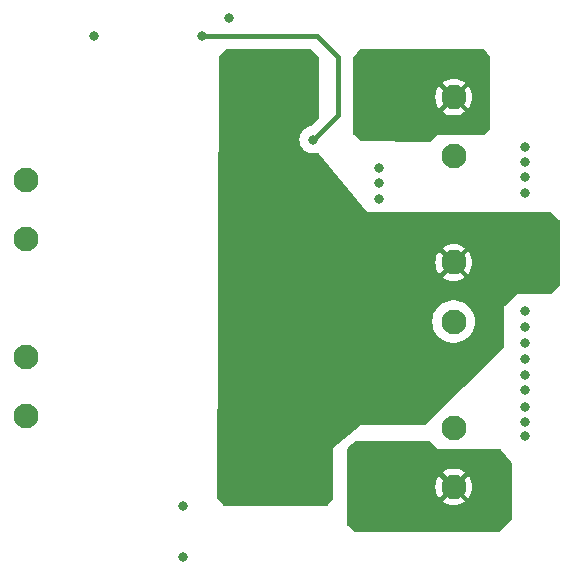
<source format=gbl>
G04 #@! TF.GenerationSoftware,KiCad,Pcbnew,(7.0.0)*
G04 #@! TF.CreationDate,2023-05-21T08:53:19-04:00*
G04 #@! TF.ProjectId,Solenoid_Driver,536f6c65-6e6f-4696-945f-447269766572,V1.0*
G04 #@! TF.SameCoordinates,Original*
G04 #@! TF.FileFunction,Copper,L4,Bot*
G04 #@! TF.FilePolarity,Positive*
%FSLAX46Y46*%
G04 Gerber Fmt 4.6, Leading zero omitted, Abs format (unit mm)*
G04 Created by KiCad (PCBNEW (7.0.0)) date 2023-05-21 08:53:19*
%MOMM*%
%LPD*%
G01*
G04 APERTURE LIST*
G04 #@! TA.AperFunction,ComponentPad*
%ADD10C,2.100000*%
G04 #@! TD*
G04 #@! TA.AperFunction,ViaPad*
%ADD11C,0.800000*%
G04 #@! TD*
G04 #@! TA.AperFunction,Conductor*
%ADD12C,0.400000*%
G04 #@! TD*
G04 APERTURE END LIST*
D10*
X128300000Y-83000000D03*
X128300000Y-78000000D03*
X164500000Y-85000000D03*
X164500000Y-90000000D03*
X128300000Y-98000000D03*
X128300000Y-93000000D03*
X164500000Y-99000000D03*
X164500000Y-104000000D03*
X164500000Y-71000000D03*
X164500000Y-76000000D03*
D11*
X158200000Y-73100000D03*
X158200000Y-71800000D03*
X158200000Y-70500000D03*
X158200000Y-69200000D03*
X157200000Y-69900000D03*
X157200000Y-71200000D03*
X157200000Y-72400000D03*
X145500000Y-64300000D03*
X143200000Y-65800000D03*
X152600000Y-74600000D03*
X158200000Y-79600000D03*
X170500000Y-91800000D03*
X170500000Y-95800000D03*
X170500000Y-77800000D03*
X170500000Y-99700000D03*
X158200000Y-77000000D03*
X170500000Y-93200000D03*
X141600000Y-109900000D03*
X134087500Y-65800000D03*
X170500000Y-76500000D03*
X170500000Y-75200000D03*
X170500000Y-89100000D03*
X170500000Y-98500000D03*
X170500000Y-94500000D03*
X170500000Y-79100000D03*
X158200000Y-78300000D03*
X141600000Y-105600000D03*
X170500000Y-90500000D03*
X170500000Y-97200000D03*
X170500000Y-84800000D03*
X151700000Y-101400000D03*
X151700000Y-68000000D03*
X151700000Y-102700000D03*
X158200000Y-86200000D03*
X151700000Y-69900000D03*
X147800000Y-69200000D03*
X151700000Y-71200000D03*
X170500000Y-82200000D03*
X147800000Y-100700000D03*
X158200000Y-83500000D03*
X158200000Y-84800000D03*
X147800000Y-71800000D03*
X147800000Y-102000000D03*
X170500000Y-86200000D03*
X147800000Y-103300000D03*
X147800000Y-70500000D03*
X158200000Y-82100000D03*
X151700000Y-99600000D03*
X170500000Y-83500000D03*
X157100000Y-104000000D03*
X158200000Y-102000000D03*
X157200000Y-101400000D03*
X157100000Y-105400000D03*
X157100000Y-102600000D03*
X158200000Y-103300000D03*
X158200000Y-104700000D03*
D12*
X152900000Y-65800000D02*
X143200000Y-65800000D01*
X154700000Y-72500000D02*
X154700000Y-67600000D01*
X152600000Y-74600000D02*
X154700000Y-72500000D01*
X154700000Y-67600000D02*
X152900000Y-65800000D01*
G04 #@! TA.AperFunction,Conductor*
G36*
X166994782Y-66911344D02*
G01*
X167037116Y-66943302D01*
X167570148Y-67565173D01*
X167592298Y-67602850D01*
X167600000Y-67645871D01*
X167600000Y-73648638D01*
X167590561Y-73696091D01*
X167563681Y-73736319D01*
X167136319Y-74163681D01*
X167096091Y-74190561D01*
X167048638Y-74200000D01*
X164641602Y-74200000D01*
X164637136Y-74199832D01*
X164634929Y-74199500D01*
X164365071Y-74199500D01*
X164362863Y-74199832D01*
X164358398Y-74200000D01*
X163100000Y-74200000D01*
X163091364Y-74208635D01*
X163091361Y-74208638D01*
X162537192Y-74762807D01*
X162495991Y-74790085D01*
X162447410Y-74799108D01*
X156643703Y-74700740D01*
X156602605Y-74692990D01*
X156566421Y-74672017D01*
X156044617Y-74237181D01*
X156011707Y-74194517D01*
X156000000Y-74141922D01*
X156000000Y-72229480D01*
X163558602Y-72229480D01*
X163566188Y-72240833D01*
X163582407Y-72254686D01*
X163590275Y-72260402D01*
X163789980Y-72382782D01*
X163798643Y-72387196D01*
X164015042Y-72476831D01*
X164024279Y-72479833D01*
X164252043Y-72534514D01*
X164261628Y-72536032D01*
X164495146Y-72554411D01*
X164504854Y-72554411D01*
X164738371Y-72536032D01*
X164747956Y-72534514D01*
X164975720Y-72479833D01*
X164984957Y-72476831D01*
X165201356Y-72387196D01*
X165210019Y-72382782D01*
X165409726Y-72260401D01*
X165417591Y-72254687D01*
X165433811Y-72240833D01*
X165441396Y-72229481D01*
X165434723Y-72217566D01*
X164511542Y-71294385D01*
X164500000Y-71287721D01*
X164488457Y-71294385D01*
X163565275Y-72217566D01*
X163558602Y-72229480D01*
X156000000Y-72229480D01*
X156000000Y-71004854D01*
X162945589Y-71004854D01*
X162963967Y-71238371D01*
X162965485Y-71247956D01*
X163020166Y-71475720D01*
X163023168Y-71484957D01*
X163112803Y-71701356D01*
X163117217Y-71710019D01*
X163239597Y-71909724D01*
X163245313Y-71917593D01*
X163259165Y-71933811D01*
X163270518Y-71941396D01*
X163282432Y-71934723D01*
X164205614Y-71011542D01*
X164212278Y-71000000D01*
X164787721Y-71000000D01*
X164794385Y-71011542D01*
X165717566Y-71934723D01*
X165729481Y-71941396D01*
X165740833Y-71933811D01*
X165754687Y-71917591D01*
X165760401Y-71909726D01*
X165882782Y-71710019D01*
X165887196Y-71701356D01*
X165976831Y-71484957D01*
X165979833Y-71475720D01*
X166034514Y-71247956D01*
X166036032Y-71238371D01*
X166054411Y-71004854D01*
X166054411Y-70995146D01*
X166036032Y-70761628D01*
X166034514Y-70752043D01*
X165979833Y-70524279D01*
X165976831Y-70515042D01*
X165887196Y-70298643D01*
X165882782Y-70289980D01*
X165760402Y-70090275D01*
X165754686Y-70082407D01*
X165740833Y-70066188D01*
X165729480Y-70058602D01*
X165717566Y-70065275D01*
X164794385Y-70988457D01*
X164787721Y-71000000D01*
X164212278Y-71000000D01*
X164205614Y-70988457D01*
X163282432Y-70065275D01*
X163270518Y-70058603D01*
X163259165Y-70066188D01*
X163245310Y-70082410D01*
X163239598Y-70090272D01*
X163117217Y-70289980D01*
X163112803Y-70298643D01*
X163023168Y-70515042D01*
X163020166Y-70524279D01*
X162965485Y-70752043D01*
X162963967Y-70761628D01*
X162945589Y-70995146D01*
X162945589Y-71004854D01*
X156000000Y-71004854D01*
X156000000Y-69770518D01*
X163558603Y-69770518D01*
X163565275Y-69782432D01*
X164488457Y-70705614D01*
X164500000Y-70712278D01*
X164511542Y-70705614D01*
X165434723Y-69782432D01*
X165441396Y-69770518D01*
X165433811Y-69759165D01*
X165417593Y-69745313D01*
X165409724Y-69739597D01*
X165210019Y-69617217D01*
X165201356Y-69612803D01*
X164984957Y-69523168D01*
X164975720Y-69520166D01*
X164747956Y-69465485D01*
X164738371Y-69463967D01*
X164504854Y-69445589D01*
X164495146Y-69445589D01*
X164261628Y-69463967D01*
X164252043Y-69465485D01*
X164024279Y-69520166D01*
X164015042Y-69523168D01*
X163798643Y-69612803D01*
X163789980Y-69617217D01*
X163590272Y-69739598D01*
X163582410Y-69745310D01*
X163566188Y-69759165D01*
X163558603Y-69770518D01*
X156000000Y-69770518D01*
X156000000Y-67645871D01*
X156007702Y-67602850D01*
X156029852Y-67565173D01*
X156562884Y-66943302D01*
X156605218Y-66911344D01*
X156657032Y-66900000D01*
X166942968Y-66900000D01*
X166994782Y-66911344D01*
G37*
G04 #@! TD.AperFunction*
G04 #@! TA.AperFunction,Conductor*
G36*
X162496091Y-100109439D02*
G01*
X162536319Y-100136318D01*
X163200000Y-100800000D01*
X164358398Y-100800000D01*
X164362863Y-100800167D01*
X164365071Y-100800500D01*
X164630295Y-100800500D01*
X164634929Y-100800500D01*
X164637136Y-100800167D01*
X164641602Y-100800000D01*
X168441239Y-100800000D01*
X168494340Y-100811945D01*
X168537207Y-100845476D01*
X169371973Y-101865745D01*
X169392783Y-101902576D01*
X169400000Y-101944263D01*
X169400000Y-106748638D01*
X169390561Y-106796091D01*
X169363681Y-106836319D01*
X168436319Y-107763681D01*
X168396091Y-107790561D01*
X168348638Y-107800000D01*
X156144894Y-107800000D01*
X156102681Y-107792594D01*
X156065511Y-107771259D01*
X155544617Y-107337181D01*
X155511707Y-107294517D01*
X155500000Y-107241922D01*
X155500000Y-105229480D01*
X163558602Y-105229480D01*
X163566188Y-105240833D01*
X163582407Y-105254686D01*
X163590275Y-105260402D01*
X163789980Y-105382782D01*
X163798643Y-105387196D01*
X164015042Y-105476831D01*
X164024279Y-105479833D01*
X164252043Y-105534514D01*
X164261628Y-105536032D01*
X164495146Y-105554411D01*
X164504854Y-105554411D01*
X164738371Y-105536032D01*
X164747956Y-105534514D01*
X164975720Y-105479833D01*
X164984957Y-105476831D01*
X165201356Y-105387196D01*
X165210019Y-105382782D01*
X165409726Y-105260401D01*
X165417591Y-105254687D01*
X165433811Y-105240833D01*
X165441396Y-105229481D01*
X165434723Y-105217566D01*
X164511542Y-104294385D01*
X164500000Y-104287721D01*
X164488457Y-104294385D01*
X163565275Y-105217566D01*
X163558602Y-105229480D01*
X155500000Y-105229480D01*
X155500000Y-104004854D01*
X162945589Y-104004854D01*
X162963967Y-104238371D01*
X162965485Y-104247956D01*
X163020166Y-104475720D01*
X163023168Y-104484957D01*
X163112803Y-104701356D01*
X163117217Y-104710019D01*
X163239597Y-104909724D01*
X163245313Y-104917593D01*
X163259165Y-104933811D01*
X163270518Y-104941396D01*
X163282432Y-104934723D01*
X164205614Y-104011542D01*
X164212278Y-104000000D01*
X164787721Y-104000000D01*
X164794385Y-104011542D01*
X165717566Y-104934723D01*
X165729481Y-104941396D01*
X165740833Y-104933811D01*
X165754687Y-104917591D01*
X165760401Y-104909726D01*
X165882782Y-104710019D01*
X165887196Y-104701356D01*
X165976831Y-104484957D01*
X165979833Y-104475720D01*
X166034514Y-104247956D01*
X166036032Y-104238371D01*
X166054411Y-104004854D01*
X166054411Y-103995146D01*
X166036032Y-103761628D01*
X166034514Y-103752043D01*
X165979833Y-103524279D01*
X165976831Y-103515042D01*
X165887196Y-103298643D01*
X165882782Y-103289980D01*
X165760402Y-103090275D01*
X165754686Y-103082407D01*
X165740833Y-103066188D01*
X165729480Y-103058602D01*
X165717566Y-103065275D01*
X164794385Y-103988457D01*
X164787721Y-104000000D01*
X164212278Y-104000000D01*
X164205614Y-103988457D01*
X163282432Y-103065275D01*
X163270518Y-103058603D01*
X163259165Y-103066188D01*
X163245310Y-103082410D01*
X163239598Y-103090272D01*
X163117217Y-103289980D01*
X163112803Y-103298643D01*
X163023168Y-103515042D01*
X163020166Y-103524279D01*
X162965485Y-103752043D01*
X162963967Y-103761628D01*
X162945589Y-103995146D01*
X162945589Y-104004854D01*
X155500000Y-104004854D01*
X155500000Y-102770518D01*
X163558603Y-102770518D01*
X163565275Y-102782432D01*
X164488457Y-103705614D01*
X164500000Y-103712278D01*
X164511542Y-103705614D01*
X165434723Y-102782432D01*
X165441396Y-102770518D01*
X165433811Y-102759165D01*
X165417593Y-102745313D01*
X165409724Y-102739597D01*
X165210019Y-102617217D01*
X165201356Y-102612803D01*
X164984957Y-102523168D01*
X164975720Y-102520166D01*
X164747956Y-102465485D01*
X164738371Y-102463967D01*
X164504854Y-102445589D01*
X164495146Y-102445589D01*
X164261628Y-102463967D01*
X164252043Y-102465485D01*
X164024279Y-102520166D01*
X164015042Y-102523168D01*
X163798643Y-102612803D01*
X163789980Y-102617217D01*
X163590272Y-102739598D01*
X163582410Y-102745310D01*
X163566188Y-102759165D01*
X163558603Y-102770518D01*
X155500000Y-102770518D01*
X155500000Y-100757032D01*
X155511344Y-100705218D01*
X155543301Y-100662885D01*
X155560227Y-100648376D01*
X155865081Y-100387072D01*
X155866392Y-100385969D01*
X156178188Y-100128398D01*
X156215197Y-100107316D01*
X156257159Y-100100000D01*
X162448638Y-100100000D01*
X162496091Y-100109439D01*
G37*
G04 #@! TD.AperFunction*
G04 #@! TA.AperFunction,Conductor*
G36*
X152297022Y-66907923D02*
G01*
X152335062Y-66930679D01*
X152341507Y-66936319D01*
X153057655Y-67562948D01*
X153088918Y-67605029D01*
X153100000Y-67656268D01*
X153100000Y-72704428D01*
X153090561Y-72751881D01*
X153063682Y-72792107D01*
X152892131Y-72963658D01*
X152413416Y-73442372D01*
X152383556Y-73464385D01*
X152348522Y-73476579D01*
X152289438Y-73487624D01*
X152289423Y-73487628D01*
X152283802Y-73488679D01*
X152278468Y-73490745D01*
X152278462Y-73490747D01*
X152090322Y-73563632D01*
X152090313Y-73563636D01*
X152084981Y-73565702D01*
X152080114Y-73568715D01*
X152080109Y-73568718D01*
X151908564Y-73674934D01*
X151908555Y-73674940D01*
X151903698Y-73677948D01*
X151899475Y-73681797D01*
X151899468Y-73681803D01*
X151750360Y-73817734D01*
X151750354Y-73817739D01*
X151746128Y-73821593D01*
X151742681Y-73826156D01*
X151742675Y-73826164D01*
X151621086Y-73987173D01*
X151621083Y-73987177D01*
X151617634Y-73991745D01*
X151615082Y-73996870D01*
X151615079Y-73996875D01*
X151525153Y-74177473D01*
X151522595Y-74182611D01*
X151521027Y-74188119D01*
X151521024Y-74188129D01*
X151465814Y-74382168D01*
X151465811Y-74382179D01*
X151464244Y-74387690D01*
X151444571Y-74600000D01*
X151464244Y-74812310D01*
X151465812Y-74817821D01*
X151465814Y-74817831D01*
X151521024Y-75011870D01*
X151521026Y-75011876D01*
X151522595Y-75017389D01*
X151525153Y-75022526D01*
X151613523Y-75200000D01*
X151617634Y-75208255D01*
X151746128Y-75378407D01*
X151903698Y-75522052D01*
X152084981Y-75634298D01*
X152283802Y-75711321D01*
X152493390Y-75750500D01*
X152700881Y-75750500D01*
X152706610Y-75750500D01*
X152916198Y-75711321D01*
X152934685Y-75704158D01*
X152988393Y-75696106D01*
X153040391Y-75711776D01*
X153080706Y-75748164D01*
X153100000Y-75794444D01*
X153100000Y-75800000D01*
X157200000Y-80700000D01*
X157831398Y-80700000D01*
X157872919Y-80707761D01*
X157872942Y-80707681D01*
X157873811Y-80707928D01*
X157876190Y-80708373D01*
X157878446Y-80709247D01*
X157878454Y-80709249D01*
X157883802Y-80711321D01*
X158093390Y-80750500D01*
X158300881Y-80750500D01*
X158306610Y-80750500D01*
X158516198Y-80711321D01*
X158521547Y-80709248D01*
X158521553Y-80709247D01*
X158523810Y-80708373D01*
X158526188Y-80707928D01*
X158527058Y-80707681D01*
X158527080Y-80707761D01*
X158568602Y-80700000D01*
X172653408Y-80700000D01*
X172697022Y-80707923D01*
X172735063Y-80730680D01*
X173457655Y-81362948D01*
X173488918Y-81405029D01*
X173500000Y-81456268D01*
X173500000Y-86848638D01*
X173490561Y-86896091D01*
X173463681Y-86936319D01*
X172736319Y-87663681D01*
X172696091Y-87690561D01*
X172648638Y-87700000D01*
X169900000Y-87700000D01*
X169891517Y-87707711D01*
X169891515Y-87707713D01*
X168809587Y-88691284D01*
X168809585Y-88691285D01*
X168800000Y-88700000D01*
X168800000Y-88712957D01*
X168800000Y-92147550D01*
X168790204Y-92195856D01*
X168762363Y-92236530D01*
X162036081Y-98764980D01*
X161996315Y-98790912D01*
X161949718Y-98800000D01*
X156600000Y-98800000D01*
X156591732Y-98806829D01*
X156591730Y-98806831D01*
X154310565Y-100691272D01*
X154300000Y-100700000D01*
X154300000Y-100713701D01*
X154300000Y-104955106D01*
X154292594Y-104997319D01*
X154271259Y-105034489D01*
X153837181Y-105555383D01*
X153794517Y-105588293D01*
X153741922Y-105600000D01*
X145058078Y-105600000D01*
X145005483Y-105588293D01*
X144962819Y-105555383D01*
X144528861Y-105034633D01*
X144507470Y-104997307D01*
X144500120Y-104954921D01*
X144540107Y-90000000D01*
X162694451Y-90000000D01*
X162714617Y-90269103D01*
X162715647Y-90273616D01*
X162715648Y-90273622D01*
X162773632Y-90527666D01*
X162774666Y-90532195D01*
X162873257Y-90783398D01*
X163008185Y-91017102D01*
X163176439Y-91228085D01*
X163179843Y-91231243D01*
X163342978Y-91382611D01*
X163374259Y-91411635D01*
X163597226Y-91563651D01*
X163840359Y-91680738D01*
X163844787Y-91682103D01*
X163844790Y-91682105D01*
X163969293Y-91720508D01*
X164098228Y-91760280D01*
X164365071Y-91800500D01*
X164630292Y-91800500D01*
X164634929Y-91800500D01*
X164901772Y-91760280D01*
X165159641Y-91680738D01*
X165402775Y-91563651D01*
X165625741Y-91411635D01*
X165823561Y-91228085D01*
X165991815Y-91017102D01*
X166126743Y-90783398D01*
X166225334Y-90532195D01*
X166285383Y-90269103D01*
X166305549Y-90000000D01*
X166285383Y-89730897D01*
X166225334Y-89467805D01*
X166126743Y-89216602D01*
X165991815Y-88982898D01*
X165823561Y-88771915D01*
X165625741Y-88588365D01*
X165621912Y-88585754D01*
X165621909Y-88585752D01*
X165406610Y-88438964D01*
X165402775Y-88436349D01*
X165398589Y-88434333D01*
X165163820Y-88321274D01*
X165163814Y-88321271D01*
X165159641Y-88319262D01*
X165155219Y-88317898D01*
X165155209Y-88317894D01*
X164906202Y-88241086D01*
X164906196Y-88241084D01*
X164901772Y-88239720D01*
X164897195Y-88239030D01*
X164897186Y-88239028D01*
X164639514Y-88200191D01*
X164639513Y-88200190D01*
X164634929Y-88199500D01*
X164365071Y-88199500D01*
X164360487Y-88200190D01*
X164360485Y-88200191D01*
X164102813Y-88239028D01*
X164102801Y-88239030D01*
X164098228Y-88239720D01*
X164093806Y-88241083D01*
X164093797Y-88241086D01*
X163844790Y-88317894D01*
X163844775Y-88317899D01*
X163840359Y-88319262D01*
X163836185Y-88321271D01*
X163836180Y-88321274D01*
X163601411Y-88434333D01*
X163601404Y-88434336D01*
X163597226Y-88436349D01*
X163593393Y-88438962D01*
X163593390Y-88438964D01*
X163378090Y-88585752D01*
X163378080Y-88585759D01*
X163374259Y-88588365D01*
X163370863Y-88591516D01*
X163370853Y-88591524D01*
X163179843Y-88768756D01*
X163179839Y-88768759D01*
X163176439Y-88771915D01*
X163173549Y-88775537D01*
X163173546Y-88775542D01*
X163084111Y-88887690D01*
X163008185Y-88982898D01*
X163005866Y-88986913D01*
X163005865Y-88986916D01*
X162875578Y-89212581D01*
X162875575Y-89212586D01*
X162873257Y-89216602D01*
X162871563Y-89220916D01*
X162871561Y-89220922D01*
X162776363Y-89463480D01*
X162774666Y-89467805D01*
X162773633Y-89472326D01*
X162773632Y-89472333D01*
X162715648Y-89726377D01*
X162715646Y-89726385D01*
X162714617Y-89730897D01*
X162714270Y-89735516D01*
X162714270Y-89735522D01*
X162702563Y-89891745D01*
X162694451Y-90000000D01*
X144540107Y-90000000D01*
X144550189Y-86229480D01*
X163558602Y-86229480D01*
X163566188Y-86240833D01*
X163582407Y-86254686D01*
X163590275Y-86260402D01*
X163789980Y-86382782D01*
X163798643Y-86387196D01*
X164015042Y-86476831D01*
X164024279Y-86479833D01*
X164252043Y-86534514D01*
X164261628Y-86536032D01*
X164495146Y-86554411D01*
X164504854Y-86554411D01*
X164738371Y-86536032D01*
X164747956Y-86534514D01*
X164975720Y-86479833D01*
X164984957Y-86476831D01*
X165201356Y-86387196D01*
X165210019Y-86382782D01*
X165409726Y-86260401D01*
X165417591Y-86254687D01*
X165433811Y-86240833D01*
X165441396Y-86229481D01*
X165434723Y-86217566D01*
X164511542Y-85294385D01*
X164499999Y-85287721D01*
X164488457Y-85294385D01*
X163565275Y-86217566D01*
X163558602Y-86229480D01*
X144550189Y-86229480D01*
X144553463Y-85004854D01*
X162945589Y-85004854D01*
X162963967Y-85238371D01*
X162965485Y-85247956D01*
X163020166Y-85475720D01*
X163023168Y-85484957D01*
X163112803Y-85701356D01*
X163117217Y-85710019D01*
X163239597Y-85909724D01*
X163245313Y-85917593D01*
X163259165Y-85933811D01*
X163270518Y-85941396D01*
X163282432Y-85934723D01*
X164205614Y-85011542D01*
X164212278Y-85000000D01*
X164787721Y-85000000D01*
X164794385Y-85011542D01*
X165717566Y-85934723D01*
X165729481Y-85941396D01*
X165740833Y-85933811D01*
X165754687Y-85917591D01*
X165760401Y-85909726D01*
X165882782Y-85710019D01*
X165887196Y-85701356D01*
X165976831Y-85484957D01*
X165979833Y-85475720D01*
X166034514Y-85247956D01*
X166036032Y-85238371D01*
X166054411Y-85004854D01*
X166054411Y-84995146D01*
X166036032Y-84761628D01*
X166034514Y-84752043D01*
X165979833Y-84524279D01*
X165976831Y-84515042D01*
X165887196Y-84298643D01*
X165882782Y-84289980D01*
X165760402Y-84090275D01*
X165754686Y-84082407D01*
X165740833Y-84066188D01*
X165729480Y-84058602D01*
X165717566Y-84065275D01*
X164794385Y-84988457D01*
X164787721Y-85000000D01*
X164212278Y-85000000D01*
X164205614Y-84988457D01*
X163282432Y-84065275D01*
X163270518Y-84058603D01*
X163259165Y-84066188D01*
X163245310Y-84082410D01*
X163239598Y-84090272D01*
X163117217Y-84289980D01*
X163112803Y-84298643D01*
X163023168Y-84515042D01*
X163020166Y-84524279D01*
X162965485Y-84752043D01*
X162963967Y-84761628D01*
X162945589Y-84995146D01*
X162945589Y-85004854D01*
X144553463Y-85004854D01*
X144556763Y-83770518D01*
X163558603Y-83770518D01*
X163565275Y-83782432D01*
X164488457Y-84705614D01*
X164500000Y-84712278D01*
X164511542Y-84705614D01*
X165434723Y-83782432D01*
X165441396Y-83770518D01*
X165433811Y-83759165D01*
X165417593Y-83745313D01*
X165409724Y-83739597D01*
X165210019Y-83617217D01*
X165201356Y-83612803D01*
X164984957Y-83523168D01*
X164975720Y-83520166D01*
X164747956Y-83465485D01*
X164738371Y-83463967D01*
X164504854Y-83445589D01*
X164495146Y-83445589D01*
X164261628Y-83463967D01*
X164252043Y-83465485D01*
X164024279Y-83520166D01*
X164015042Y-83523168D01*
X163798643Y-83612803D01*
X163789980Y-83617217D01*
X163590272Y-83739598D01*
X163582410Y-83745310D01*
X163566188Y-83759165D01*
X163558603Y-83770518D01*
X144556763Y-83770518D01*
X144599863Y-67651165D01*
X144609365Y-67603892D01*
X144636179Y-67563820D01*
X145263681Y-66936318D01*
X145303909Y-66909439D01*
X145351362Y-66900000D01*
X152253408Y-66900000D01*
X152297022Y-66907923D01*
G37*
G04 #@! TD.AperFunction*
M02*

</source>
